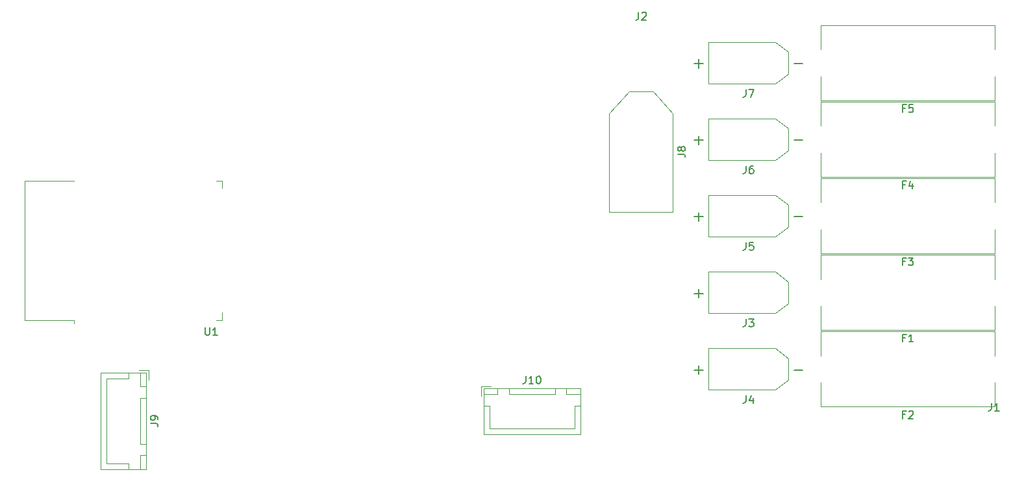
<source format=gbr>
%TF.GenerationSoftware,KiCad,Pcbnew,(6.0.10-0)*%
%TF.CreationDate,2022-12-27T02:05:37+01:00*%
%TF.ProjectId,BMS_PDB,424d535f-5044-4422-9e6b-696361645f70,rev?*%
%TF.SameCoordinates,Original*%
%TF.FileFunction,Legend,Top*%
%TF.FilePolarity,Positive*%
%FSLAX46Y46*%
G04 Gerber Fmt 4.6, Leading zero omitted, Abs format (unit mm)*
G04 Created by KiCad (PCBNEW (6.0.10-0)) date 2022-12-27 02:05:37*
%MOMM*%
%LPD*%
G01*
G04 APERTURE LIST*
%ADD10C,0.150000*%
%ADD11C,0.120000*%
G04 APERTURE END LIST*
D10*
%TO.C,J9*%
X97002380Y-123083333D02*
X97716666Y-123083333D01*
X97859523Y-123130952D01*
X97954761Y-123226190D01*
X98002380Y-123369047D01*
X98002380Y-123464285D01*
X98002380Y-122559523D02*
X98002380Y-122369047D01*
X97954761Y-122273809D01*
X97907142Y-122226190D01*
X97764285Y-122130952D01*
X97573809Y-122083333D01*
X97192857Y-122083333D01*
X97097619Y-122130952D01*
X97050000Y-122178571D01*
X97002380Y-122273809D01*
X97002380Y-122464285D01*
X97050000Y-122559523D01*
X97097619Y-122607142D01*
X97192857Y-122654761D01*
X97430952Y-122654761D01*
X97526190Y-122607142D01*
X97573809Y-122559523D01*
X97621428Y-122464285D01*
X97621428Y-122273809D01*
X97573809Y-122178571D01*
X97526190Y-122130952D01*
X97430952Y-122083333D01*
%TO.C,F2*%
X195416666Y-121928571D02*
X195083333Y-121928571D01*
X195083333Y-122452380D02*
X195083333Y-121452380D01*
X195559523Y-121452380D01*
X195892857Y-121547619D02*
X195940476Y-121500000D01*
X196035714Y-121452380D01*
X196273809Y-121452380D01*
X196369047Y-121500000D01*
X196416666Y-121547619D01*
X196464285Y-121642857D01*
X196464285Y-121738095D01*
X196416666Y-121880952D01*
X195845238Y-122452380D01*
X196464285Y-122452380D01*
%TO.C,J1*%
X206666666Y-120452380D02*
X206666666Y-121166666D01*
X206619047Y-121309523D01*
X206523809Y-121404761D01*
X206380952Y-121452380D01*
X206285714Y-121452380D01*
X207666666Y-121452380D02*
X207095238Y-121452380D01*
X207380952Y-121452380D02*
X207380952Y-120452380D01*
X207285714Y-120595238D01*
X207190476Y-120690476D01*
X207095238Y-120738095D01*
%TO.C,J10*%
X145940476Y-116902380D02*
X145940476Y-117616666D01*
X145892857Y-117759523D01*
X145797619Y-117854761D01*
X145654761Y-117902380D01*
X145559523Y-117902380D01*
X146940476Y-117902380D02*
X146369047Y-117902380D01*
X146654761Y-117902380D02*
X146654761Y-116902380D01*
X146559523Y-117045238D01*
X146464285Y-117140476D01*
X146369047Y-117188095D01*
X147559523Y-116902380D02*
X147654761Y-116902380D01*
X147750000Y-116950000D01*
X147797619Y-116997619D01*
X147845238Y-117092857D01*
X147892857Y-117283333D01*
X147892857Y-117521428D01*
X147845238Y-117711904D01*
X147797619Y-117807142D01*
X147750000Y-117854761D01*
X147654761Y-117902380D01*
X147559523Y-117902380D01*
X147464285Y-117854761D01*
X147416666Y-117807142D01*
X147369047Y-117711904D01*
X147321428Y-117521428D01*
X147321428Y-117283333D01*
X147369047Y-117092857D01*
X147416666Y-116997619D01*
X147464285Y-116950000D01*
X147559523Y-116902380D01*
%TO.C,F3*%
X195416666Y-101928571D02*
X195083333Y-101928571D01*
X195083333Y-102452380D02*
X195083333Y-101452380D01*
X195559523Y-101452380D01*
X195845238Y-101452380D02*
X196464285Y-101452380D01*
X196130952Y-101833333D01*
X196273809Y-101833333D01*
X196369047Y-101880952D01*
X196416666Y-101928571D01*
X196464285Y-102023809D01*
X196464285Y-102261904D01*
X196416666Y-102357142D01*
X196369047Y-102404761D01*
X196273809Y-102452380D01*
X195988095Y-102452380D01*
X195892857Y-102404761D01*
X195845238Y-102357142D01*
%TO.C,J6*%
X174666666Y-89452380D02*
X174666666Y-90166666D01*
X174619047Y-90309523D01*
X174523809Y-90404761D01*
X174380952Y-90452380D01*
X174285714Y-90452380D01*
X175571428Y-89452380D02*
X175380952Y-89452380D01*
X175285714Y-89500000D01*
X175238095Y-89547619D01*
X175142857Y-89690476D01*
X175095238Y-89880952D01*
X175095238Y-90261904D01*
X175142857Y-90357142D01*
X175190476Y-90404761D01*
X175285714Y-90452380D01*
X175476190Y-90452380D01*
X175571428Y-90404761D01*
X175619047Y-90357142D01*
X175666666Y-90261904D01*
X175666666Y-90023809D01*
X175619047Y-89928571D01*
X175571428Y-89880952D01*
X175476190Y-89833333D01*
X175285714Y-89833333D01*
X175190476Y-89880952D01*
X175142857Y-89928571D01*
X175095238Y-90023809D01*
X180928571Y-86107142D02*
X182071428Y-86107142D01*
X167928571Y-86107142D02*
X169071428Y-86107142D01*
X168500000Y-86678571D02*
X168500000Y-85535714D01*
%TO.C,J4*%
X174666666Y-119452380D02*
X174666666Y-120166666D01*
X174619047Y-120309523D01*
X174523809Y-120404761D01*
X174380952Y-120452380D01*
X174285714Y-120452380D01*
X175571428Y-119785714D02*
X175571428Y-120452380D01*
X175333333Y-119404761D02*
X175095238Y-120119047D01*
X175714285Y-120119047D01*
X167928571Y-116107142D02*
X169071428Y-116107142D01*
X168500000Y-116678571D02*
X168500000Y-115535714D01*
X180928571Y-116107142D02*
X182071428Y-116107142D01*
%TO.C,J5*%
X174666666Y-99452380D02*
X174666666Y-100166666D01*
X174619047Y-100309523D01*
X174523809Y-100404761D01*
X174380952Y-100452380D01*
X174285714Y-100452380D01*
X175619047Y-99452380D02*
X175142857Y-99452380D01*
X175095238Y-99928571D01*
X175142857Y-99880952D01*
X175238095Y-99833333D01*
X175476190Y-99833333D01*
X175571428Y-99880952D01*
X175619047Y-99928571D01*
X175666666Y-100023809D01*
X175666666Y-100261904D01*
X175619047Y-100357142D01*
X175571428Y-100404761D01*
X175476190Y-100452380D01*
X175238095Y-100452380D01*
X175142857Y-100404761D01*
X175095238Y-100357142D01*
X180928571Y-96107142D02*
X182071428Y-96107142D01*
X167928571Y-96107142D02*
X169071428Y-96107142D01*
X168500000Y-96678571D02*
X168500000Y-95535714D01*
%TO.C,J8*%
X165752380Y-87933333D02*
X166466666Y-87933333D01*
X166609523Y-87980952D01*
X166704761Y-88076190D01*
X166752380Y-88219047D01*
X166752380Y-88314285D01*
X166180952Y-87314285D02*
X166133333Y-87409523D01*
X166085714Y-87457142D01*
X165990476Y-87504761D01*
X165942857Y-87504761D01*
X165847619Y-87457142D01*
X165800000Y-87409523D01*
X165752380Y-87314285D01*
X165752380Y-87123809D01*
X165800000Y-87028571D01*
X165847619Y-86980952D01*
X165942857Y-86933333D01*
X165990476Y-86933333D01*
X166085714Y-86980952D01*
X166133333Y-87028571D01*
X166180952Y-87123809D01*
X166180952Y-87314285D01*
X166228571Y-87409523D01*
X166276190Y-87457142D01*
X166371428Y-87504761D01*
X166561904Y-87504761D01*
X166657142Y-87457142D01*
X166704761Y-87409523D01*
X166752380Y-87314285D01*
X166752380Y-87123809D01*
X166704761Y-87028571D01*
X166657142Y-86980952D01*
X166561904Y-86933333D01*
X166371428Y-86933333D01*
X166276190Y-86980952D01*
X166228571Y-87028571D01*
X166180952Y-87123809D01*
%TO.C,J2*%
X160666666Y-69382380D02*
X160666666Y-70096666D01*
X160619047Y-70239523D01*
X160523809Y-70334761D01*
X160380952Y-70382380D01*
X160285714Y-70382380D01*
X161095238Y-69477619D02*
X161142857Y-69430000D01*
X161238095Y-69382380D01*
X161476190Y-69382380D01*
X161571428Y-69430000D01*
X161619047Y-69477619D01*
X161666666Y-69572857D01*
X161666666Y-69668095D01*
X161619047Y-69810952D01*
X161047619Y-70382380D01*
X161666666Y-70382380D01*
%TO.C,U1*%
X104168095Y-110562380D02*
X104168095Y-111371904D01*
X104215714Y-111467142D01*
X104263333Y-111514761D01*
X104358571Y-111562380D01*
X104549047Y-111562380D01*
X104644285Y-111514761D01*
X104691904Y-111467142D01*
X104739523Y-111371904D01*
X104739523Y-110562380D01*
X105739523Y-111562380D02*
X105168095Y-111562380D01*
X105453809Y-111562380D02*
X105453809Y-110562380D01*
X105358571Y-110705238D01*
X105263333Y-110800476D01*
X105168095Y-110848095D01*
%TO.C,F1*%
X195416666Y-111928571D02*
X195083333Y-111928571D01*
X195083333Y-112452380D02*
X195083333Y-111452380D01*
X195559523Y-111452380D01*
X196464285Y-112452380D02*
X195892857Y-112452380D01*
X196178571Y-112452380D02*
X196178571Y-111452380D01*
X196083333Y-111595238D01*
X195988095Y-111690476D01*
X195892857Y-111738095D01*
%TO.C,F5*%
X195416666Y-81928571D02*
X195083333Y-81928571D01*
X195083333Y-82452380D02*
X195083333Y-81452380D01*
X195559523Y-81452380D01*
X196416666Y-81452380D02*
X195940476Y-81452380D01*
X195892857Y-81928571D01*
X195940476Y-81880952D01*
X196035714Y-81833333D01*
X196273809Y-81833333D01*
X196369047Y-81880952D01*
X196416666Y-81928571D01*
X196464285Y-82023809D01*
X196464285Y-82261904D01*
X196416666Y-82357142D01*
X196369047Y-82404761D01*
X196273809Y-82452380D01*
X196035714Y-82452380D01*
X195940476Y-82404761D01*
X195892857Y-82357142D01*
%TO.C,J3*%
X174666666Y-109452380D02*
X174666666Y-110166666D01*
X174619047Y-110309523D01*
X174523809Y-110404761D01*
X174380952Y-110452380D01*
X174285714Y-110452380D01*
X175047619Y-109452380D02*
X175666666Y-109452380D01*
X175333333Y-109833333D01*
X175476190Y-109833333D01*
X175571428Y-109880952D01*
X175619047Y-109928571D01*
X175666666Y-110023809D01*
X175666666Y-110261904D01*
X175619047Y-110357142D01*
X175571428Y-110404761D01*
X175476190Y-110452380D01*
X175190476Y-110452380D01*
X175095238Y-110404761D01*
X175047619Y-110357142D01*
X167928571Y-106107142D02*
X169071428Y-106107142D01*
X168500000Y-106678571D02*
X168500000Y-105535714D01*
%TO.C,F4*%
X195416666Y-91928571D02*
X195083333Y-91928571D01*
X195083333Y-92452380D02*
X195083333Y-91452380D01*
X195559523Y-91452380D01*
X196369047Y-91785714D02*
X196369047Y-92452380D01*
X196130952Y-91404761D02*
X195892857Y-92119047D01*
X196511904Y-92119047D01*
%TO.C,J7*%
X174666666Y-79452380D02*
X174666666Y-80166666D01*
X174619047Y-80309523D01*
X174523809Y-80404761D01*
X174380952Y-80452380D01*
X174285714Y-80452380D01*
X175047619Y-79452380D02*
X175714285Y-79452380D01*
X175285714Y-80452380D01*
X180928571Y-76107142D02*
X182071428Y-76107142D01*
X167928571Y-76107142D02*
X169071428Y-76107142D01*
X168500000Y-76678571D02*
X168500000Y-75535714D01*
D11*
%TO.C,J9*%
X95700000Y-119750000D02*
X95700000Y-125750000D01*
X94200000Y-116450000D02*
X94200000Y-117200000D01*
X96450000Y-125750000D02*
X96450000Y-119750000D01*
X95700000Y-127250000D02*
X95700000Y-129050000D01*
X90490000Y-116440000D02*
X90490000Y-129060000D01*
X95700000Y-129050000D02*
X96450000Y-129050000D01*
X94200000Y-128300000D02*
X91250000Y-128300000D01*
X94200000Y-129050000D02*
X94200000Y-128300000D01*
X90490000Y-129060000D02*
X96460000Y-129060000D01*
X96460000Y-129060000D02*
X96460000Y-116440000D01*
X96750000Y-116150000D02*
X95500000Y-116150000D01*
X91250000Y-128300000D02*
X91250000Y-122750000D01*
X95700000Y-125750000D02*
X96450000Y-125750000D01*
X96450000Y-119750000D02*
X95700000Y-119750000D01*
X95700000Y-116450000D02*
X95700000Y-118250000D01*
X96460000Y-116440000D02*
X90490000Y-116440000D01*
X96750000Y-117400000D02*
X96750000Y-116150000D01*
X96450000Y-127250000D02*
X95700000Y-127250000D01*
X94200000Y-117200000D02*
X91250000Y-117200000D01*
X95700000Y-118250000D02*
X96450000Y-118250000D01*
X96450000Y-118250000D02*
X96450000Y-116450000D01*
X91250000Y-117200000D02*
X91250000Y-122750000D01*
X96450000Y-129050000D02*
X96450000Y-127250000D01*
X96450000Y-116450000D02*
X95700000Y-116450000D01*
%TO.C,F2*%
X207110000Y-120910000D02*
X184390000Y-120910000D01*
X184390000Y-111090000D02*
X184390000Y-114250000D01*
X207110000Y-111090000D02*
X184390000Y-111090000D01*
X207110000Y-117750000D02*
X207110000Y-120910000D01*
X184390000Y-117750000D02*
X184390000Y-120910000D01*
X207110000Y-111090000D02*
X207110000Y-114250000D01*
%TO.C,J10*%
X153050000Y-119300000D02*
X153050000Y-118550000D01*
X140450000Y-120800000D02*
X141200000Y-120800000D01*
X152300000Y-123750000D02*
X146750000Y-123750000D01*
X143750000Y-119300000D02*
X149750000Y-119300000D01*
X140440000Y-118540000D02*
X140440000Y-124510000D01*
X140450000Y-119300000D02*
X142250000Y-119300000D01*
X152300000Y-120800000D02*
X152300000Y-123750000D01*
X141400000Y-118250000D02*
X140150000Y-118250000D01*
X153050000Y-118550000D02*
X151250000Y-118550000D01*
X153060000Y-118540000D02*
X140440000Y-118540000D01*
X151250000Y-119300000D02*
X153050000Y-119300000D01*
X149750000Y-119300000D02*
X149750000Y-118550000D01*
X140450000Y-118550000D02*
X140450000Y-119300000D01*
X151250000Y-118550000D02*
X151250000Y-119300000D01*
X143750000Y-118550000D02*
X143750000Y-119300000D01*
X140440000Y-124510000D02*
X153060000Y-124510000D01*
X153050000Y-120800000D02*
X152300000Y-120800000D01*
X153060000Y-124510000D02*
X153060000Y-118540000D01*
X140150000Y-118250000D02*
X140150000Y-119500000D01*
X142250000Y-119300000D02*
X142250000Y-118550000D01*
X141200000Y-120800000D02*
X141200000Y-123750000D01*
X141200000Y-123750000D02*
X146750000Y-123750000D01*
X149750000Y-118550000D02*
X143750000Y-118550000D01*
X142250000Y-118550000D02*
X140450000Y-118550000D01*
%TO.C,F3*%
X207110000Y-97750000D02*
X207110000Y-100910000D01*
X207110000Y-100910000D02*
X184390000Y-100910000D01*
X184390000Y-97750000D02*
X184390000Y-100910000D01*
X207110000Y-91090000D02*
X207110000Y-94250000D01*
X184390000Y-91090000D02*
X184390000Y-94250000D01*
X207110000Y-91090000D02*
X184390000Y-91090000D01*
%TO.C,J6*%
X180210000Y-84590000D02*
X178510000Y-83290000D01*
X169790000Y-88710000D02*
X169790000Y-83290000D01*
X180210000Y-87410000D02*
X178510000Y-88710000D01*
X180210000Y-87410000D02*
X180210000Y-84590000D01*
X178510000Y-88710000D02*
X169790000Y-88710000D01*
X178510000Y-83290000D02*
X169790000Y-83290000D01*
%TO.C,J4*%
X178510000Y-118710000D02*
X169790000Y-118710000D01*
X180210000Y-114590000D02*
X178510000Y-113290000D01*
X180210000Y-117410000D02*
X180210000Y-114590000D01*
X178510000Y-113290000D02*
X169790000Y-113290000D01*
X180210000Y-117410000D02*
X178510000Y-118710000D01*
X169790000Y-118710000D02*
X169790000Y-113290000D01*
%TO.C,J5*%
X169790000Y-98710000D02*
X169790000Y-93290000D01*
X180210000Y-94590000D02*
X178510000Y-93290000D01*
X180210000Y-97410000D02*
X178510000Y-98710000D01*
X178510000Y-98710000D02*
X169790000Y-98710000D01*
X180210000Y-97410000D02*
X180210000Y-94590000D01*
X178510000Y-93290000D02*
X169790000Y-93290000D01*
%TO.C,J8*%
X156850000Y-95450000D02*
X165150000Y-95450000D01*
X162600000Y-79750000D02*
X159450000Y-79750000D01*
X165150000Y-95450000D02*
X165150000Y-82600000D01*
X159450000Y-79750000D02*
X156850000Y-82600000D01*
X156850000Y-82600000D02*
X156850000Y-95450000D01*
X165150000Y-82600000D02*
X162600000Y-79750000D01*
%TO.C,U1*%
X105600000Y-91380000D02*
X106380000Y-91380000D01*
X80640000Y-91380000D02*
X87055000Y-91380000D01*
X80640000Y-109620000D02*
X80640000Y-91380000D01*
X106380000Y-109620000D02*
X106380000Y-108620000D01*
X105600000Y-109620000D02*
X106380000Y-109620000D01*
X87055000Y-109620000D02*
X87055000Y-110000000D01*
X80640000Y-109620000D02*
X87055000Y-109620000D01*
X106380000Y-91380000D02*
X106380000Y-92380000D01*
%TO.C,F1*%
X184390000Y-107750000D02*
X184390000Y-110910000D01*
X207110000Y-101090000D02*
X184390000Y-101090000D01*
X184390000Y-101090000D02*
X184390000Y-104250000D01*
X207110000Y-107750000D02*
X207110000Y-110910000D01*
X207110000Y-110910000D02*
X184390000Y-110910000D01*
X207110000Y-101090000D02*
X207110000Y-104250000D01*
%TO.C,F5*%
X207110000Y-80910000D02*
X184390000Y-80910000D01*
X184390000Y-77750000D02*
X184390000Y-80910000D01*
X207110000Y-71090000D02*
X207110000Y-74250000D01*
X207110000Y-71090000D02*
X184390000Y-71090000D01*
X184390000Y-71090000D02*
X184390000Y-74250000D01*
X207110000Y-77750000D02*
X207110000Y-80910000D01*
%TO.C,J3*%
X178510000Y-108710000D02*
X169790000Y-108710000D01*
X178510000Y-103290000D02*
X169790000Y-103290000D01*
X180210000Y-107410000D02*
X178510000Y-108710000D01*
X169790000Y-108710000D02*
X169790000Y-103290000D01*
X180210000Y-107410000D02*
X180210000Y-104590000D01*
X180210000Y-104590000D02*
X178510000Y-103290000D01*
%TO.C,F4*%
X184390000Y-87750000D02*
X184390000Y-90910000D01*
X207110000Y-90910000D02*
X184390000Y-90910000D01*
X207110000Y-81090000D02*
X184390000Y-81090000D01*
X207110000Y-87750000D02*
X207110000Y-90910000D01*
X184390000Y-81090000D02*
X184390000Y-84250000D01*
X207110000Y-81090000D02*
X207110000Y-84250000D01*
%TO.C,J7*%
X180210000Y-77410000D02*
X180210000Y-74590000D01*
X178510000Y-73290000D02*
X169790000Y-73290000D01*
X169790000Y-78710000D02*
X169790000Y-73290000D01*
X180210000Y-74590000D02*
X178510000Y-73290000D01*
X180210000Y-77410000D02*
X178510000Y-78710000D01*
X178510000Y-78710000D02*
X169790000Y-78710000D01*
%TD*%
M02*

</source>
